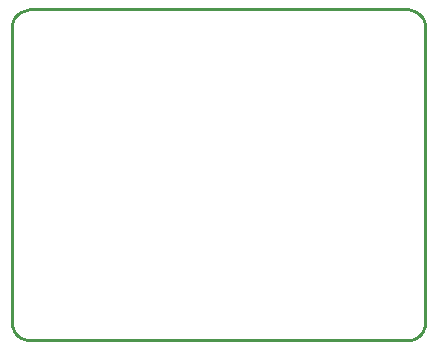
<source format=gm1>
G04*
G04 #@! TF.GenerationSoftware,Altium Limited,Altium Designer,24.10.1 (45)*
G04*
G04 Layer_Color=16711935*
%FSLAX25Y25*%
%MOIN*%
G70*
G04*
G04 #@! TF.SameCoordinates,420246D5-23F9-42E6-AD95-1A962FCA9351*
G04*
G04*
G04 #@! TF.FilePolarity,Positive*
G04*
G01*
G75*
%ADD14C,0.01000*%
D14*
X137795Y104331D02*
X137706Y105356D01*
X137439Y106351D01*
X137004Y107283D01*
X136414Y108127D01*
X135686Y108855D01*
X134843Y109445D01*
X133909Y109880D01*
X132915Y110146D01*
X131890Y110236D01*
Y0D02*
X132915Y90D01*
X133910Y356D01*
X134843Y791D01*
X135686Y1382D01*
X136414Y2110D01*
X137004Y2953D01*
X137439Y3886D01*
X137706Y4880D01*
X137795Y5906D01*
X0Y5906D02*
X90Y4880D01*
X356Y3886D01*
X791Y2953D01*
X1382Y2110D01*
X2110Y1382D01*
X2953Y791D01*
X3886Y356D01*
X4880Y90D01*
X5906Y0D01*
Y110236D02*
X4880Y110146D01*
X3886Y109880D01*
X2953Y109445D01*
X2110Y108855D01*
X1382Y108127D01*
X791Y107283D01*
X356Y106351D01*
X90Y105356D01*
X0Y104331D01*
X5906Y0D02*
X131890D01*
X0Y5906D02*
Y104331D01*
X5906Y110236D02*
X131890D01*
X137795Y5906D02*
Y104331D01*
M02*

</source>
